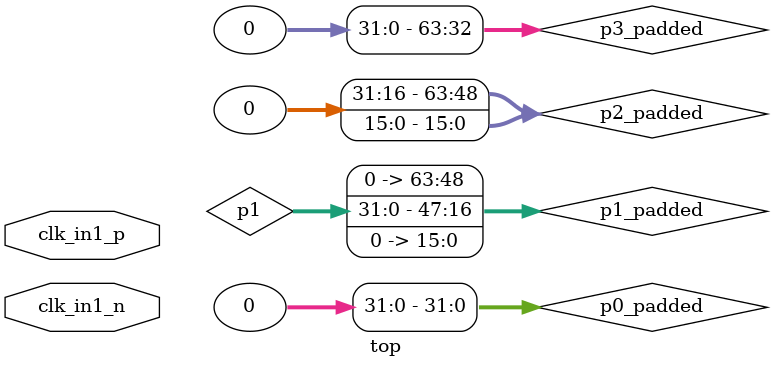
<source format=v>
`timescale 1ns / 1ps


module top(
//  input [31:0] operand_a,
//  input [31:0] operand_b,
  input clk_in1_n,
  input clk_in1_p
//  input rst,
//  output reg [63:0] result
);

   wire clk;
     wire [31:0] operand_a;
  wire [31:0] operand_b;
  wire rst;
  reg [63:0] result;
  reg [15:0] a_upper;
  reg [15:0] a_lower;
  reg [15:0] b_upper;
  reg [15:0] b_lower;
  

  wire [31:0] p0;
  wire [31:0] p1;
  wire [31:0] p2;
  wire [31:0] p3;
  reg [63:0] p0_padded, p1_padded, p2_padded, p3_padded;
  
  
  
//  assign a_upper = operand_a[31:16];
//  assign a_lower = operand_a[15:0];
//  assign b_upper = operand_b[31:16];
//  assign b_lower = operand_b[15:0];

  // Stage 1
  multiplier_16x16 u0 (
    .a(a_upper),
    .b(b_upper),
    .clk (clk),
    .rst (rst),
    .p(p0)
  );

  // Stage 2
  multiplier_16x16 u1 (
    .a(a_upper),
    .b(b_lower),
    .clk (clk),
    .rst (rst),
    .p(p1)
  );
  multiplier_16x16 u2 (
    .a(a_lower),
    .b(b_upper),
    .clk (clk),
    .rst (rst),
    .p(p2)
  );
  multiplier_16x16 u3 (
    .a(a_lower),
    .b(b_lower),
    .clk (clk),
    .rst (rst),
    .p(p3)
  );
  
  always @(*) begin
  
   a_upper = operand_a[31:16];
   a_lower = operand_a[15:0];
   b_upper = operand_b[31:16];
   b_lower = operand_b[15:0];

    // Pad the partial products with zeros to align for addition
    p0_padded = {p0, 32'h0000};
    p1_padded = {16'h0000, p1, 16'h0000};
    p2_padded = {16'h0000, p2, 16'h0000};
    p3_padded = {32'h0000, p3};

    // Add the partial products to obtain the final product
    result = p0_padded + p1_padded + p2_padded + p3_padded;
  end

  // Stage 3 - Combine results
//  always @(posedge clk) begin
////   if (!rst)begin 
////   result <= 64'd0000;
////   end

////   else begin
//    result = {p0, p1[15:0], p2[15:0], p3[31:16]};
////  end
//  end


  clk_wiz_0 clk_wiz
   (
    // Clock out ports
    .clk_out1(clk),     // output clk_out1
    // Status and control signals
    .reset(rst), // input reset
    .locked(),       // output locked
   // Clock in ports
    .clk_in1_p(clk_in1_p),    // input clk_in1_p
    .clk_in1_n(clk_in1_n)    // input clk_in1_n
);

//ila
//ila_0 your_instance_name (
//	.clk(clk), // input wire clk


//	.probe0(rst), // input wire [0:0]  probe0  
//	.probe1(operand_a), // input wire [31:0]  probe1 
//	.probe2(operand_b), // input wire [31:0]  probe2 
//	.probe3(result), // input wire [63:0]  probe3 
//	.probe4(u0.a), // input wire [15:0]  probe4 
//	.probe5(u0.b), // input wire [15:0]  probe5 
//	.probe6(u1.a), // input wire [15:0]  probe6 
//	.probe7(u1.b), // input wire [15:0]  probe7 
//	.probe8(u2.a), // input wire [15:0]  probe8 
//	.probe9(u2.b) // input wire [15:0]  probe9
//);

vio_0 your_instance_name (
  .clk(clk),                // input wire clk
  .probe_in0(result),    // input wire [63 : 0] probe_in0
  .probe_out0(rst),  // output wire [0 : 0] probe_out0
  .probe_out1(operand_a),  // output wire [31 : 0] probe_out1
  .probe_out2(operand_b)  // output wire [31 : 0] probe_out2
);

//vio_0 vio_multiplier (
//  .clk(clk),              // input wire clk
//  .probe_in0(rst),  // input wire [0 : 0] probe_in0
//  .probe_in1(operand_a),  // input wire [31 : 0] probe_in1
//  .probe_in2(operand_b)  // input wire [31 : 0] probe_in2
//);
endmodule

</source>
